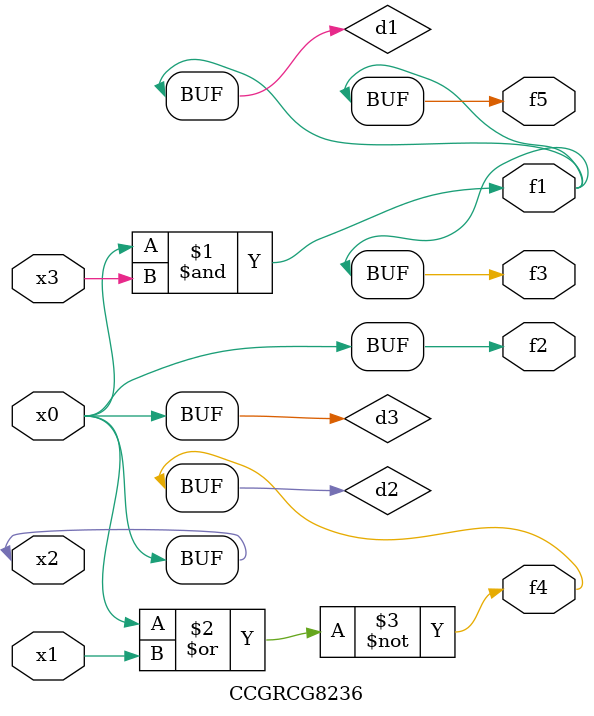
<source format=v>
module CCGRCG8236(
	input x0, x1, x2, x3,
	output f1, f2, f3, f4, f5
);

	wire d1, d2, d3;

	and (d1, x2, x3);
	nor (d2, x0, x1);
	buf (d3, x0, x2);
	assign f1 = d1;
	assign f2 = d3;
	assign f3 = d1;
	assign f4 = d2;
	assign f5 = d1;
endmodule

</source>
